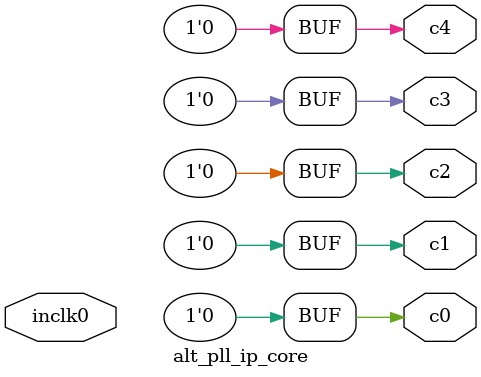
<source format=v>
module alt_pll_ip_core(	// file.cleaned.mlir:2:3
  input  inclk0,	// file.cleaned.mlir:2:33
  output c0,	// file.cleaned.mlir:2:51
         c1,	// file.cleaned.mlir:2:64
         c2,	// file.cleaned.mlir:2:77
         c3,	// file.cleaned.mlir:2:90
         c4	// file.cleaned.mlir:2:103
);

  assign c0 = 1'h0;	// file.cleaned.mlir:3:14, :4:5
  assign c1 = 1'h0;	// file.cleaned.mlir:3:14, :4:5
  assign c2 = 1'h0;	// file.cleaned.mlir:3:14, :4:5
  assign c3 = 1'h0;	// file.cleaned.mlir:3:14, :4:5
  assign c4 = 1'h0;	// file.cleaned.mlir:3:14, :4:5
endmodule


</source>
